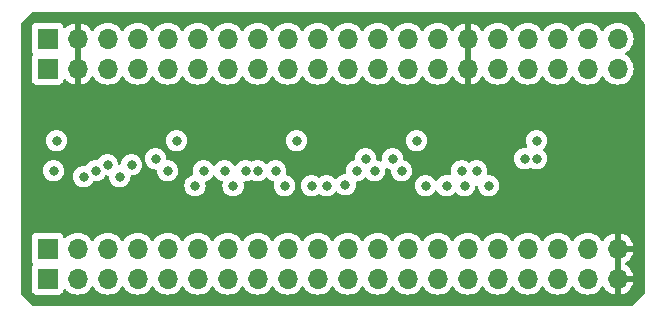
<source format=gbr>
%TF.GenerationSoftware,KiCad,Pcbnew,7.0.2*%
%TF.CreationDate,2023-06-15T20:21:22+09:00*%
%TF.ProjectId,TangNano5V,54616e67-4e61-46e6-9f35-562e6b696361,rev?*%
%TF.SameCoordinates,Original*%
%TF.FileFunction,Copper,L2,Inr*%
%TF.FilePolarity,Positive*%
%FSLAX46Y46*%
G04 Gerber Fmt 4.6, Leading zero omitted, Abs format (unit mm)*
G04 Created by KiCad (PCBNEW 7.0.2) date 2023-06-15 20:21:22*
%MOMM*%
%LPD*%
G01*
G04 APERTURE LIST*
%TA.AperFunction,ComponentPad*%
%ADD10R,1.700000X1.700000*%
%TD*%
%TA.AperFunction,ComponentPad*%
%ADD11O,1.700000X1.700000*%
%TD*%
%TA.AperFunction,ViaPad*%
%ADD12C,0.800000*%
%TD*%
G04 APERTURE END LIST*
D10*
%TO.N,+5V*%
%TO.C,J2*%
X2540000Y-2540000D03*
D11*
%TO.N,GND*%
X5080000Y-2540000D03*
%TO.N,PIN76*%
X7620000Y-2540000D03*
%TO.N,PIN80*%
X10160000Y-2540000D03*
%TO.N,PIN42*%
X12700000Y-2540000D03*
%TO.N,PIN41*%
X15240000Y-2540000D03*
%TO.N,PIN56*%
X17780000Y-2540000D03*
%TO.N,PIN54*%
X20320000Y-2540000D03*
%TO.N,PIN51*%
X22860000Y-2540000D03*
%TO.N,PIN48*%
X25400000Y-2540000D03*
%TO.N,PIN55*%
X27940000Y-2540000D03*
%TO.N,PIN49*%
X30480000Y-2540000D03*
%TO.N,PIN86*%
X33020000Y-2540000D03*
%TO.N,PIN79*%
X35560000Y-2540000D03*
%TO.N,GND*%
X38100000Y-2540000D03*
%TO.N,+3.3V*%
X40640000Y-2540000D03*
%TO.N,PIN72*%
X43180000Y-2540000D03*
%TO.N,PIN71*%
X45720000Y-2540000D03*
%TO.N,PIN53*%
X48260000Y-2540000D03*
%TO.N,PIN52*%
X50800000Y-2540000D03*
%TD*%
D10*
%TO.N,PIN73*%
%TO.C,J1*%
X2540000Y-22860000D03*
D11*
%TO.N,PIN74*%
X5080000Y-22860000D03*
%TO.N,PIN75*%
X7620000Y-22860000D03*
%TO.N,PIN85*%
X10160000Y-22860000D03*
%TO.N,PIN77*%
X12700000Y-22860000D03*
%TO.N,PIN15*%
X15240000Y-22860000D03*
%TO.N,PIN16*%
X17780000Y-22860000D03*
%TO.N,PIN27*%
X20320000Y-22860000D03*
%TO.N,PIN28*%
X22860000Y-22860000D03*
%TO.N,PIN25*%
X25400000Y-22860000D03*
%TO.N,PIN26*%
X27940000Y-22860000D03*
%TO.N,PIN29*%
X30480000Y-22860000D03*
%TO.N,PIN30*%
X33020000Y-22860000D03*
%TO.N,PIN31*%
X35560000Y-22860000D03*
%TO.N,PIN17*%
X38100000Y-22860000D03*
%TO.N,PIN20*%
X40640000Y-22860000D03*
%TO.N,PIN19*%
X43180000Y-22860000D03*
%TO.N,PIN18*%
X45720000Y-22860000D03*
%TO.N,+3.3V*%
X48260000Y-22860000D03*
%TO.N,GND*%
X50800000Y-22860000D03*
%TD*%
D10*
%TO.N,+5V*%
%TO.C,J4*%
X2540000Y-5080000D03*
D11*
%TO.N,GND*%
X5080000Y-5080000D03*
%TO.N,PIN76_H*%
X7620000Y-5080000D03*
%TO.N,PIN80_H*%
X10160000Y-5080000D03*
%TO.N,PIN42_H*%
X12700000Y-5080000D03*
%TO.N,PIN41_H*%
X15240000Y-5080000D03*
%TO.N,PIN56_H*%
X17780000Y-5080000D03*
%TO.N,PIN54_H*%
X20320000Y-5080000D03*
%TO.N,PIN51_H*%
X22860000Y-5080000D03*
%TO.N,PIN48_H*%
X25400000Y-5080000D03*
%TO.N,PIN55_H*%
X27940000Y-5080000D03*
%TO.N,PIN49_H*%
X30480000Y-5080000D03*
%TO.N,PIN86_H*%
X33020000Y-5080000D03*
%TO.N,PIN79_H*%
X35560000Y-5080000D03*
%TO.N,GND*%
X38100000Y-5080000D03*
%TO.N,+3.3V*%
X40640000Y-5080000D03*
%TO.N,PIN72_H*%
X43180000Y-5080000D03*
%TO.N,PIN71_H*%
X45720000Y-5080000D03*
%TO.N,PIN53_H*%
X48260000Y-5080000D03*
%TO.N,PIN52_H*%
X50800000Y-5080000D03*
%TD*%
D10*
%TO.N,PIN73_H*%
%TO.C,J3*%
X2540000Y-20320000D03*
D11*
%TO.N,PIN74_H*%
X5080000Y-20320000D03*
%TO.N,PIN75_H*%
X7620000Y-20320000D03*
%TO.N,PIN85_H*%
X10160000Y-20320000D03*
%TO.N,PIN77_H*%
X12700000Y-20320000D03*
%TO.N,PIN15_H*%
X15240000Y-20320000D03*
%TO.N,PIN16_H*%
X17780000Y-20320000D03*
%TO.N,PIN27_H*%
X20320000Y-20320000D03*
%TO.N,PIN28_H*%
X22860000Y-20320000D03*
%TO.N,PIN25_H*%
X25400000Y-20320000D03*
%TO.N,PIN26_H*%
X27940000Y-20320000D03*
%TO.N,PIN29_H*%
X30480000Y-20320000D03*
%TO.N,PIN30_H*%
X33020000Y-20320000D03*
%TO.N,PIN31_H*%
X35560000Y-20320000D03*
%TO.N,PIN17_H*%
X38100000Y-20320000D03*
%TO.N,PIN20_H*%
X40640000Y-20320000D03*
%TO.N,PIN19_H*%
X43180000Y-20320000D03*
%TO.N,PIN18_H*%
X45720000Y-20320000D03*
%TO.N,+3.3V*%
X48260000Y-20320000D03*
%TO.N,GND*%
X50800000Y-20320000D03*
%TD*%
D12*
%TO.N,PIN52_H*%
X43946299Y-12695701D03*
%TO.N,PIN53_H*%
X42926000Y-12700000D03*
%TO.N,PIN71_H*%
X39878000Y-14986000D03*
%TO.N,PIN72_H*%
X38862000Y-13716000D03*
%TO.N,PIN18*%
X37600598Y-13716000D03*
%TO.N,PIN79_H*%
X37846000Y-14986000D03*
%TO.N,PIN19*%
X36322000Y-14986000D03*
%TO.N,PIN20*%
X34544000Y-14986000D03*
%TO.N,PIN17*%
X32512000Y-13716000D03*
%TO.N,PIN31*%
X31750000Y-12700000D03*
%TO.N,PIN86_H*%
X30226000Y-13716000D03*
%TO.N,PIN49_H*%
X29464000Y-12700000D03*
%TO.N,PIN55_H*%
X28702000Y-13716000D03*
%TO.N,PIN48_H*%
X27759149Y-14912850D03*
%TO.N,PIN30*%
X26162000Y-14986000D03*
%TO.N,PIN29*%
X24892000Y-14986000D03*
%TO.N,PIN26*%
X22606000Y-14986000D03*
%TO.N,PIN25*%
X21844000Y-13716000D03*
%TO.N,PIN51_H*%
X20320000Y-13716000D03*
%TO.N,PIN54_H*%
X19304000Y-13716000D03*
%TO.N,PIN56_H*%
X18250500Y-14986000D03*
%TO.N,PIN41_H*%
X15023500Y-14986000D03*
%TO.N,PIN28*%
X17526000Y-13716000D03*
%TO.N,PIN27*%
X15748000Y-13716000D03*
%TO.N,PIN16*%
X12700000Y-13716000D03*
%TO.N,PIN15*%
X11684000Y-12700000D03*
%TO.N,PIN80_H*%
X9652000Y-13208000D03*
%TO.N,PIN75*%
X5588000Y-14224000D03*
%TO.N,PIN85*%
X6604000Y-13716000D03*
%TO.N,PIN77*%
X7620000Y-13208000D03*
%TO.N,PIN76_H*%
X8631701Y-14219701D03*
%TO.N,PIN74*%
X3048000Y-13716000D03*
%TO.N,GND*%
X10668000Y-16764000D03*
X41148000Y-16764000D03*
X30988000Y-16764000D03*
X20828000Y-16764000D03*
%TO.N,+3.3V*%
X43942000Y-11176000D03*
%TO.N,GND*%
X43942000Y-9144000D03*
X33782000Y-9144000D03*
X23622000Y-9144000D03*
X13462000Y-9144000D03*
X3302000Y-9144000D03*
%TO.N,+3.3V*%
X3302000Y-11176000D03*
X13462000Y-11176000D03*
X23622000Y-11176000D03*
X33782000Y-11176000D03*
%TD*%
%TA.AperFunction,Conductor*%
%TO.N,GND*%
G36*
X51050000Y-22424498D02*
G01*
X50942315Y-22375320D01*
X50835763Y-22360000D01*
X50764237Y-22360000D01*
X50657685Y-22375320D01*
X50550000Y-22424498D01*
X50550000Y-20755501D01*
X50657685Y-20804680D01*
X50764237Y-20820000D01*
X50835763Y-20820000D01*
X50942315Y-20804680D01*
X51050000Y-20755501D01*
X51050000Y-22424498D01*
G37*
%TD.AperFunction*%
%TA.AperFunction,Conductor*%
G36*
X5330000Y-4644498D02*
G01*
X5222315Y-4595320D01*
X5115763Y-4580000D01*
X5044237Y-4580000D01*
X4937685Y-4595320D01*
X4830000Y-4644498D01*
X4830000Y-2975501D01*
X4937685Y-3024680D01*
X5044237Y-3040000D01*
X5115763Y-3040000D01*
X5222315Y-3024680D01*
X5330000Y-2975501D01*
X5330000Y-4644498D01*
G37*
%TD.AperFunction*%
%TA.AperFunction,Conductor*%
G36*
X38350000Y-4644498D02*
G01*
X38242315Y-4595320D01*
X38135763Y-4580000D01*
X38064237Y-4580000D01*
X37957685Y-4595320D01*
X37850000Y-4644498D01*
X37850000Y-2975501D01*
X37957685Y-3024680D01*
X38064237Y-3040000D01*
X38135763Y-3040000D01*
X38242315Y-3024680D01*
X38350000Y-2975501D01*
X38350000Y-4644498D01*
G37*
%TD.AperFunction*%
%TA.AperFunction,Conductor*%
G36*
X52329039Y-273685D02*
G01*
X52361200Y-303600D01*
X53025890Y-1189854D01*
X53061200Y-1236933D01*
X53085676Y-1302375D01*
X53086000Y-1311333D01*
X53086000Y-24078638D01*
X53066315Y-24145677D01*
X53049681Y-24166319D01*
X52106319Y-25109681D01*
X52044996Y-25143166D01*
X52018638Y-25146000D01*
X1321362Y-25146000D01*
X1254323Y-25126315D01*
X1233681Y-25109681D01*
X290319Y-24166319D01*
X256834Y-24104996D01*
X254000Y-24078638D01*
X254000Y-23754578D01*
X1189500Y-23754578D01*
X1189501Y-23757872D01*
X1189853Y-23761152D01*
X1189854Y-23761159D01*
X1195909Y-23817484D01*
X1221056Y-23884907D01*
X1246204Y-23952331D01*
X1332454Y-24067546D01*
X1447669Y-24153796D01*
X1582517Y-24204091D01*
X1642127Y-24210500D01*
X3437872Y-24210499D01*
X3497483Y-24204091D01*
X3632331Y-24153796D01*
X3747546Y-24067546D01*
X3833796Y-23952331D01*
X3882810Y-23820916D01*
X3924681Y-23764983D01*
X3990146Y-23740566D01*
X4058419Y-23755418D01*
X4086673Y-23776569D01*
X4208599Y-23898495D01*
X4402170Y-24034035D01*
X4616337Y-24133903D01*
X4844592Y-24195063D01*
X5080000Y-24215659D01*
X5315408Y-24195063D01*
X5543663Y-24133903D01*
X5757830Y-24034035D01*
X5951401Y-23898495D01*
X6118495Y-23731401D01*
X6248427Y-23545838D01*
X6303001Y-23502216D01*
X6372499Y-23495022D01*
X6434854Y-23526545D01*
X6451572Y-23545838D01*
X6581505Y-23731401D01*
X6748599Y-23898495D01*
X6942170Y-24034035D01*
X7156337Y-24133903D01*
X7368059Y-24190633D01*
X7384592Y-24195063D01*
X7619999Y-24215659D01*
X7619999Y-24215658D01*
X7620000Y-24215659D01*
X7855408Y-24195063D01*
X8083663Y-24133903D01*
X8297830Y-24034035D01*
X8491401Y-23898495D01*
X8658495Y-23731401D01*
X8788426Y-23545839D01*
X8843002Y-23502216D01*
X8912500Y-23495022D01*
X8974855Y-23526545D01*
X8991571Y-23545837D01*
X9121505Y-23731401D01*
X9288599Y-23898495D01*
X9482170Y-24034035D01*
X9696337Y-24133903D01*
X9924592Y-24195063D01*
X10160000Y-24215659D01*
X10395408Y-24195063D01*
X10623663Y-24133903D01*
X10837830Y-24034035D01*
X11031401Y-23898495D01*
X11198495Y-23731401D01*
X11328426Y-23545839D01*
X11383002Y-23502216D01*
X11452500Y-23495022D01*
X11514855Y-23526545D01*
X11531571Y-23545837D01*
X11661505Y-23731401D01*
X11828599Y-23898495D01*
X12022170Y-24034035D01*
X12236337Y-24133903D01*
X12464592Y-24195063D01*
X12700000Y-24215659D01*
X12935408Y-24195063D01*
X13163663Y-24133903D01*
X13377830Y-24034035D01*
X13571401Y-23898495D01*
X13738495Y-23731401D01*
X13868426Y-23545839D01*
X13923002Y-23502216D01*
X13992500Y-23495022D01*
X14054855Y-23526545D01*
X14071571Y-23545837D01*
X14201505Y-23731401D01*
X14368599Y-23898495D01*
X14562170Y-24034035D01*
X14776337Y-24133903D01*
X14988059Y-24190633D01*
X15004592Y-24195063D01*
X15239999Y-24215659D01*
X15239999Y-24215658D01*
X15240000Y-24215659D01*
X15475408Y-24195063D01*
X15703663Y-24133903D01*
X15917830Y-24034035D01*
X16111401Y-23898495D01*
X16278495Y-23731401D01*
X16408426Y-23545839D01*
X16463002Y-23502216D01*
X16532500Y-23495022D01*
X16594855Y-23526545D01*
X16611571Y-23545837D01*
X16741505Y-23731401D01*
X16908599Y-23898495D01*
X17102170Y-24034035D01*
X17316337Y-24133903D01*
X17528059Y-24190633D01*
X17544592Y-24195063D01*
X17779999Y-24215659D01*
X17779999Y-24215658D01*
X17780000Y-24215659D01*
X18015408Y-24195063D01*
X18243663Y-24133903D01*
X18457830Y-24034035D01*
X18651401Y-23898495D01*
X18818495Y-23731401D01*
X18948426Y-23545839D01*
X19003002Y-23502216D01*
X19072500Y-23495022D01*
X19134855Y-23526545D01*
X19151571Y-23545837D01*
X19281505Y-23731401D01*
X19448599Y-23898495D01*
X19642170Y-24034035D01*
X19856337Y-24133903D01*
X20084592Y-24195063D01*
X20320000Y-24215659D01*
X20555408Y-24195063D01*
X20783663Y-24133903D01*
X20997830Y-24034035D01*
X21191401Y-23898495D01*
X21358495Y-23731401D01*
X21488426Y-23545839D01*
X21543002Y-23502216D01*
X21612500Y-23495022D01*
X21674855Y-23526545D01*
X21691571Y-23545837D01*
X21821505Y-23731401D01*
X21988599Y-23898495D01*
X22182170Y-24034035D01*
X22396337Y-24133903D01*
X22624592Y-24195063D01*
X22860000Y-24215659D01*
X23095408Y-24195063D01*
X23323663Y-24133903D01*
X23537830Y-24034035D01*
X23731401Y-23898495D01*
X23898495Y-23731401D01*
X24028426Y-23545839D01*
X24083002Y-23502216D01*
X24152500Y-23495022D01*
X24214855Y-23526545D01*
X24231571Y-23545837D01*
X24361505Y-23731401D01*
X24528599Y-23898495D01*
X24722170Y-24034035D01*
X24936337Y-24133903D01*
X25164592Y-24195063D01*
X25400000Y-24215659D01*
X25635408Y-24195063D01*
X25863663Y-24133903D01*
X26077830Y-24034035D01*
X26271401Y-23898495D01*
X26438495Y-23731401D01*
X26568426Y-23545839D01*
X26623002Y-23502217D01*
X26692501Y-23495024D01*
X26754855Y-23526546D01*
X26771571Y-23545837D01*
X26901505Y-23731401D01*
X27068599Y-23898495D01*
X27262170Y-24034035D01*
X27476337Y-24133903D01*
X27688059Y-24190633D01*
X27704592Y-24195063D01*
X27939999Y-24215659D01*
X27939999Y-24215658D01*
X27940000Y-24215659D01*
X28175408Y-24195063D01*
X28403663Y-24133903D01*
X28617830Y-24034035D01*
X28811401Y-23898495D01*
X28978495Y-23731401D01*
X29108426Y-23545839D01*
X29163002Y-23502217D01*
X29232501Y-23495024D01*
X29294855Y-23526546D01*
X29311571Y-23545837D01*
X29441505Y-23731401D01*
X29608599Y-23898495D01*
X29802170Y-24034035D01*
X30016337Y-24133903D01*
X30244592Y-24195063D01*
X30480000Y-24215659D01*
X30715408Y-24195063D01*
X30943663Y-24133903D01*
X31157830Y-24034035D01*
X31351401Y-23898495D01*
X31518495Y-23731401D01*
X31648426Y-23545839D01*
X31703002Y-23502217D01*
X31772501Y-23495024D01*
X31834855Y-23526546D01*
X31851571Y-23545837D01*
X31981505Y-23731401D01*
X32148599Y-23898495D01*
X32342170Y-24034035D01*
X32556337Y-24133903D01*
X32784592Y-24195063D01*
X33020000Y-24215659D01*
X33255408Y-24195063D01*
X33483663Y-24133903D01*
X33697830Y-24034035D01*
X33891401Y-23898495D01*
X34058495Y-23731401D01*
X34188426Y-23545839D01*
X34243002Y-23502216D01*
X34312500Y-23495022D01*
X34374855Y-23526545D01*
X34391571Y-23545837D01*
X34521505Y-23731401D01*
X34688599Y-23898495D01*
X34882170Y-24034035D01*
X35096337Y-24133903D01*
X35308059Y-24190633D01*
X35324592Y-24195063D01*
X35559999Y-24215659D01*
X35559999Y-24215658D01*
X35560000Y-24215659D01*
X35795408Y-24195063D01*
X36023663Y-24133903D01*
X36237830Y-24034035D01*
X36431401Y-23898495D01*
X36598495Y-23731401D01*
X36728426Y-23545839D01*
X36783002Y-23502216D01*
X36852500Y-23495022D01*
X36914855Y-23526545D01*
X36931571Y-23545837D01*
X37061505Y-23731401D01*
X37228599Y-23898495D01*
X37422170Y-24034035D01*
X37636337Y-24133903D01*
X37848059Y-24190633D01*
X37864592Y-24195063D01*
X38099999Y-24215659D01*
X38099999Y-24215658D01*
X38100000Y-24215659D01*
X38335408Y-24195063D01*
X38563663Y-24133903D01*
X38777830Y-24034035D01*
X38971401Y-23898495D01*
X39138495Y-23731401D01*
X39268426Y-23545839D01*
X39323002Y-23502216D01*
X39392500Y-23495022D01*
X39454855Y-23526545D01*
X39471571Y-23545837D01*
X39601505Y-23731401D01*
X39768599Y-23898495D01*
X39962170Y-24034035D01*
X40176337Y-24133903D01*
X40404592Y-24195063D01*
X40640000Y-24215659D01*
X40875408Y-24195063D01*
X41103663Y-24133903D01*
X41317830Y-24034035D01*
X41511401Y-23898495D01*
X41678495Y-23731401D01*
X41808426Y-23545839D01*
X41863002Y-23502216D01*
X41932500Y-23495022D01*
X41994855Y-23526545D01*
X42011571Y-23545837D01*
X42141505Y-23731401D01*
X42308599Y-23898495D01*
X42502170Y-24034035D01*
X42716337Y-24133903D01*
X42944592Y-24195063D01*
X43180000Y-24215659D01*
X43415408Y-24195063D01*
X43643663Y-24133903D01*
X43857830Y-24034035D01*
X44051401Y-23898495D01*
X44218495Y-23731401D01*
X44348426Y-23545839D01*
X44403002Y-23502216D01*
X44472500Y-23495022D01*
X44534855Y-23526545D01*
X44551571Y-23545837D01*
X44681505Y-23731401D01*
X44848599Y-23898495D01*
X45042170Y-24034035D01*
X45256337Y-24133903D01*
X45484592Y-24195063D01*
X45720000Y-24215659D01*
X45955408Y-24195063D01*
X46183663Y-24133903D01*
X46397830Y-24034035D01*
X46591401Y-23898495D01*
X46758495Y-23731401D01*
X46888426Y-23545839D01*
X46943002Y-23502216D01*
X47012500Y-23495022D01*
X47074855Y-23526545D01*
X47091571Y-23545837D01*
X47221505Y-23731401D01*
X47388599Y-23898495D01*
X47582170Y-24034035D01*
X47796337Y-24133903D01*
X48008059Y-24190633D01*
X48024592Y-24195063D01*
X48259999Y-24215659D01*
X48259999Y-24215658D01*
X48260000Y-24215659D01*
X48495408Y-24195063D01*
X48723663Y-24133903D01*
X48937830Y-24034035D01*
X49131401Y-23898495D01*
X49298495Y-23731401D01*
X49428732Y-23545403D01*
X49483307Y-23501780D01*
X49552805Y-23494586D01*
X49615160Y-23526109D01*
X49631880Y-23545404D01*
X49761893Y-23731081D01*
X49928918Y-23898106D01*
X50122423Y-24033600D01*
X50336509Y-24133430D01*
X50550000Y-24190634D01*
X50550000Y-23295501D01*
X50657685Y-23344680D01*
X50764237Y-23360000D01*
X50835763Y-23360000D01*
X50942315Y-23344680D01*
X51049999Y-23295501D01*
X51049999Y-24190633D01*
X51263491Y-24133430D01*
X51477576Y-24033600D01*
X51671081Y-23898106D01*
X51838106Y-23731081D01*
X51973600Y-23537576D01*
X52073430Y-23323492D01*
X52130636Y-23110000D01*
X51233686Y-23110000D01*
X51259493Y-23069844D01*
X51300000Y-22931889D01*
X51300000Y-22788111D01*
X51259493Y-22650156D01*
X51233686Y-22610000D01*
X52130636Y-22610000D01*
X52130635Y-22609999D01*
X52073430Y-22396507D01*
X51973599Y-22182421D01*
X51838109Y-21988921D01*
X51671080Y-21821892D01*
X51484968Y-21691574D01*
X51441343Y-21636996D01*
X51434151Y-21567498D01*
X51465673Y-21505143D01*
X51484969Y-21488424D01*
X51671078Y-21358109D01*
X51838106Y-21191081D01*
X51973600Y-20997576D01*
X52073430Y-20783492D01*
X52130636Y-20570000D01*
X51233686Y-20570000D01*
X51259493Y-20529844D01*
X51300000Y-20391889D01*
X51300000Y-20248111D01*
X51259493Y-20110156D01*
X51233686Y-20070000D01*
X52130636Y-20070000D01*
X52130635Y-20069999D01*
X52073430Y-19856507D01*
X51973599Y-19642421D01*
X51838109Y-19448921D01*
X51671081Y-19281893D01*
X51477576Y-19146399D01*
X51263492Y-19046569D01*
X51049999Y-18989364D01*
X51049999Y-19884498D01*
X50942315Y-19835320D01*
X50835763Y-19820000D01*
X50764237Y-19820000D01*
X50657685Y-19835320D01*
X50550000Y-19884498D01*
X50550000Y-18989364D01*
X50549999Y-18989364D01*
X50336507Y-19046569D01*
X50122421Y-19146400D01*
X49928921Y-19281890D01*
X49761893Y-19448918D01*
X49631880Y-19634596D01*
X49577303Y-19678220D01*
X49507804Y-19685413D01*
X49445450Y-19653891D01*
X49428730Y-19634595D01*
X49298495Y-19448599D01*
X49131401Y-19281505D01*
X48937830Y-19145965D01*
X48723663Y-19046097D01*
X48662502Y-19029709D01*
X48495407Y-18984936D01*
X48259999Y-18964340D01*
X48024592Y-18984936D01*
X47796336Y-19046097D01*
X47582170Y-19145965D01*
X47388598Y-19281505D01*
X47221508Y-19448595D01*
X47091574Y-19634160D01*
X47036997Y-19677785D01*
X46967498Y-19684977D01*
X46905144Y-19653455D01*
X46888429Y-19634164D01*
X46758495Y-19448599D01*
X46591401Y-19281505D01*
X46397830Y-19145965D01*
X46183663Y-19046097D01*
X46122502Y-19029709D01*
X45955407Y-18984936D01*
X45719999Y-18964340D01*
X45484592Y-18984936D01*
X45256336Y-19046097D01*
X45042170Y-19145965D01*
X44848598Y-19281505D01*
X44681508Y-19448595D01*
X44551574Y-19634160D01*
X44496997Y-19677785D01*
X44427498Y-19684977D01*
X44365144Y-19653455D01*
X44348429Y-19634164D01*
X44218495Y-19448599D01*
X44051401Y-19281505D01*
X43857830Y-19145965D01*
X43643663Y-19046097D01*
X43582502Y-19029709D01*
X43415407Y-18984936D01*
X43180000Y-18964340D01*
X42944592Y-18984936D01*
X42716336Y-19046097D01*
X42502170Y-19145965D01*
X42308598Y-19281505D01*
X42141505Y-19448598D01*
X42011575Y-19634159D01*
X41956998Y-19677784D01*
X41887500Y-19684978D01*
X41825145Y-19653455D01*
X41808425Y-19634159D01*
X41678494Y-19448598D01*
X41511404Y-19281508D01*
X41511403Y-19281507D01*
X41511401Y-19281505D01*
X41317830Y-19145965D01*
X41103663Y-19046097D01*
X41042502Y-19029709D01*
X40875407Y-18984936D01*
X40640000Y-18964340D01*
X40404592Y-18984936D01*
X40176336Y-19046097D01*
X39962170Y-19145965D01*
X39768598Y-19281505D01*
X39601505Y-19448598D01*
X39471575Y-19634159D01*
X39416998Y-19677784D01*
X39347500Y-19684978D01*
X39285145Y-19653455D01*
X39268425Y-19634159D01*
X39138494Y-19448598D01*
X38971404Y-19281508D01*
X38971401Y-19281505D01*
X38777830Y-19145965D01*
X38563663Y-19046097D01*
X38502502Y-19029709D01*
X38335407Y-18984936D01*
X38100000Y-18964340D01*
X37864592Y-18984936D01*
X37636336Y-19046097D01*
X37422170Y-19145965D01*
X37228598Y-19281505D01*
X37061505Y-19448598D01*
X36931575Y-19634159D01*
X36876998Y-19677784D01*
X36807500Y-19684978D01*
X36745145Y-19653455D01*
X36728425Y-19634159D01*
X36598494Y-19448598D01*
X36431404Y-19281508D01*
X36431401Y-19281505D01*
X36237830Y-19145965D01*
X36023663Y-19046097D01*
X35962502Y-19029709D01*
X35795407Y-18984936D01*
X35560000Y-18964340D01*
X35324592Y-18984936D01*
X35096336Y-19046097D01*
X34882170Y-19145965D01*
X34688598Y-19281505D01*
X34521505Y-19448598D01*
X34391575Y-19634159D01*
X34336998Y-19677784D01*
X34267500Y-19684978D01*
X34205145Y-19653455D01*
X34188425Y-19634159D01*
X34058494Y-19448598D01*
X33891404Y-19281508D01*
X33891401Y-19281505D01*
X33697830Y-19145965D01*
X33483663Y-19046097D01*
X33422502Y-19029709D01*
X33255407Y-18984936D01*
X33019999Y-18964340D01*
X32784592Y-18984936D01*
X32556336Y-19046097D01*
X32342170Y-19145965D01*
X32148598Y-19281505D01*
X31981505Y-19448598D01*
X31851575Y-19634159D01*
X31796998Y-19677784D01*
X31727500Y-19684978D01*
X31665145Y-19653455D01*
X31648425Y-19634159D01*
X31518494Y-19448598D01*
X31351404Y-19281508D01*
X31351401Y-19281505D01*
X31157830Y-19145965D01*
X30943663Y-19046097D01*
X30882502Y-19029709D01*
X30715407Y-18984936D01*
X30480000Y-18964340D01*
X30244592Y-18984936D01*
X30016336Y-19046097D01*
X29802170Y-19145965D01*
X29608598Y-19281505D01*
X29441505Y-19448598D01*
X29311575Y-19634159D01*
X29256998Y-19677784D01*
X29187500Y-19684978D01*
X29125145Y-19653455D01*
X29108425Y-19634159D01*
X28978494Y-19448598D01*
X28811404Y-19281508D01*
X28811401Y-19281505D01*
X28617830Y-19145965D01*
X28403663Y-19046097D01*
X28342501Y-19029709D01*
X28175407Y-18984936D01*
X27939999Y-18964340D01*
X27704592Y-18984936D01*
X27476336Y-19046097D01*
X27262170Y-19145965D01*
X27068598Y-19281505D01*
X26901505Y-19448598D01*
X26771575Y-19634159D01*
X26716998Y-19677784D01*
X26647500Y-19684978D01*
X26585145Y-19653455D01*
X26568425Y-19634159D01*
X26438494Y-19448598D01*
X26271404Y-19281508D01*
X26271401Y-19281505D01*
X26077830Y-19145965D01*
X25863663Y-19046097D01*
X25802501Y-19029709D01*
X25635407Y-18984936D01*
X25399999Y-18964340D01*
X25164592Y-18984936D01*
X24936336Y-19046097D01*
X24722170Y-19145965D01*
X24528598Y-19281505D01*
X24361508Y-19448595D01*
X24231574Y-19634160D01*
X24176997Y-19677785D01*
X24107498Y-19684977D01*
X24045144Y-19653455D01*
X24028429Y-19634164D01*
X23898495Y-19448599D01*
X23731401Y-19281505D01*
X23537830Y-19145965D01*
X23323663Y-19046097D01*
X23262501Y-19029709D01*
X23095407Y-18984936D01*
X22860000Y-18964340D01*
X22624592Y-18984936D01*
X22396336Y-19046097D01*
X22182170Y-19145965D01*
X21988598Y-19281505D01*
X21821505Y-19448598D01*
X21691575Y-19634159D01*
X21636998Y-19677784D01*
X21567500Y-19684978D01*
X21505145Y-19653455D01*
X21488425Y-19634159D01*
X21358494Y-19448598D01*
X21191404Y-19281508D01*
X21191401Y-19281505D01*
X20997830Y-19145965D01*
X20783663Y-19046097D01*
X20722502Y-19029709D01*
X20555407Y-18984936D01*
X20320000Y-18964340D01*
X20084592Y-18984936D01*
X19856336Y-19046097D01*
X19642170Y-19145965D01*
X19448598Y-19281505D01*
X19281505Y-19448598D01*
X19151575Y-19634159D01*
X19096998Y-19677784D01*
X19027500Y-19684978D01*
X18965145Y-19653455D01*
X18948425Y-19634159D01*
X18818494Y-19448598D01*
X18651404Y-19281508D01*
X18651401Y-19281505D01*
X18457830Y-19145965D01*
X18243663Y-19046097D01*
X18182501Y-19029709D01*
X18015407Y-18984936D01*
X17780000Y-18964340D01*
X17544592Y-18984936D01*
X17316336Y-19046097D01*
X17102170Y-19145965D01*
X16908598Y-19281505D01*
X16741505Y-19448598D01*
X16611575Y-19634159D01*
X16556998Y-19677784D01*
X16487500Y-19684978D01*
X16425145Y-19653455D01*
X16408425Y-19634159D01*
X16278494Y-19448598D01*
X16111404Y-19281508D01*
X16111401Y-19281505D01*
X15917830Y-19145965D01*
X15703663Y-19046097D01*
X15642501Y-19029709D01*
X15475407Y-18984936D01*
X15240000Y-18964340D01*
X15004592Y-18984936D01*
X14776336Y-19046097D01*
X14562170Y-19145965D01*
X14368598Y-19281505D01*
X14201505Y-19448598D01*
X14071575Y-19634159D01*
X14016998Y-19677784D01*
X13947500Y-19684978D01*
X13885145Y-19653455D01*
X13868425Y-19634159D01*
X13738494Y-19448598D01*
X13571404Y-19281508D01*
X13571404Y-19281507D01*
X13571401Y-19281505D01*
X13377830Y-19145965D01*
X13163663Y-19046097D01*
X13102501Y-19029709D01*
X12935407Y-18984936D01*
X12700000Y-18964340D01*
X12464592Y-18984936D01*
X12236336Y-19046097D01*
X12022170Y-19145965D01*
X11828598Y-19281505D01*
X11661505Y-19448598D01*
X11531575Y-19634159D01*
X11476998Y-19677784D01*
X11407500Y-19684978D01*
X11345145Y-19653455D01*
X11328425Y-19634159D01*
X11198494Y-19448598D01*
X11031404Y-19281508D01*
X11031404Y-19281507D01*
X11031401Y-19281505D01*
X10837830Y-19145965D01*
X10623663Y-19046097D01*
X10562502Y-19029709D01*
X10395407Y-18984936D01*
X10160000Y-18964340D01*
X9924592Y-18984936D01*
X9696336Y-19046097D01*
X9482170Y-19145965D01*
X9288598Y-19281505D01*
X9121505Y-19448598D01*
X8991575Y-19634159D01*
X8936998Y-19677784D01*
X8867500Y-19684978D01*
X8805145Y-19653455D01*
X8788425Y-19634159D01*
X8658494Y-19448598D01*
X8491404Y-19281508D01*
X8491404Y-19281507D01*
X8491401Y-19281505D01*
X8297830Y-19145965D01*
X8083663Y-19046097D01*
X8022501Y-19029709D01*
X7855407Y-18984936D01*
X7619999Y-18964340D01*
X7384592Y-18984936D01*
X7156336Y-19046097D01*
X6942170Y-19145965D01*
X6748598Y-19281505D01*
X6581505Y-19448598D01*
X6451575Y-19634159D01*
X6396998Y-19677784D01*
X6327500Y-19684978D01*
X6265145Y-19653455D01*
X6248425Y-19634159D01*
X6118494Y-19448598D01*
X5951404Y-19281508D01*
X5951403Y-19281507D01*
X5951401Y-19281505D01*
X5757830Y-19145965D01*
X5543663Y-19046097D01*
X5482501Y-19029709D01*
X5315407Y-18984936D01*
X5079999Y-18964340D01*
X4844592Y-18984936D01*
X4616336Y-19046097D01*
X4402170Y-19145965D01*
X4208601Y-19281503D01*
X4086673Y-19403431D01*
X4025350Y-19436915D01*
X3955658Y-19431931D01*
X3899725Y-19390059D01*
X3882810Y-19359082D01*
X3854019Y-19281890D01*
X3833796Y-19227669D01*
X3747546Y-19112454D01*
X3632331Y-19026204D01*
X3497483Y-18975909D01*
X3437873Y-18969500D01*
X3434550Y-18969500D01*
X1645439Y-18969500D01*
X1645420Y-18969500D01*
X1642128Y-18969501D01*
X1638848Y-18969853D01*
X1638840Y-18969854D01*
X1582515Y-18975909D01*
X1447669Y-19026204D01*
X1332454Y-19112454D01*
X1246204Y-19227668D01*
X1225980Y-19281893D01*
X1195909Y-19362517D01*
X1189500Y-19422127D01*
X1189500Y-19425448D01*
X1189500Y-19425449D01*
X1189500Y-21214560D01*
X1189500Y-21214578D01*
X1189501Y-21217872D01*
X1189853Y-21221152D01*
X1189854Y-21221159D01*
X1195909Y-21277484D01*
X1246204Y-21412332D01*
X1323577Y-21515690D01*
X1347994Y-21581154D01*
X1333142Y-21649427D01*
X1323577Y-21664310D01*
X1246205Y-21767666D01*
X1246203Y-21767669D01*
X1246204Y-21767669D01*
X1195909Y-21902517D01*
X1189500Y-21962127D01*
X1189500Y-21965448D01*
X1189500Y-21965449D01*
X1189500Y-23754560D01*
X1189500Y-23754578D01*
X254000Y-23754578D01*
X254000Y-13716000D01*
X2142540Y-13716000D01*
X2162326Y-13904257D01*
X2220820Y-14084284D01*
X2315466Y-14248216D01*
X2442129Y-14388889D01*
X2595269Y-14500151D01*
X2768197Y-14577144D01*
X2953352Y-14616500D01*
X2953354Y-14616500D01*
X3142648Y-14616500D01*
X3266084Y-14590262D01*
X3327803Y-14577144D01*
X3500730Y-14500151D01*
X3503693Y-14497998D01*
X3653870Y-14388889D01*
X3780533Y-14248216D01*
X3794514Y-14224000D01*
X4682540Y-14224000D01*
X4702326Y-14412257D01*
X4760820Y-14592284D01*
X4855466Y-14756216D01*
X4982129Y-14896889D01*
X5135269Y-15008151D01*
X5308197Y-15085144D01*
X5493352Y-15124500D01*
X5493354Y-15124500D01*
X5682648Y-15124500D01*
X5806120Y-15098255D01*
X5867803Y-15085144D01*
X6040730Y-15008151D01*
X6193871Y-14896888D01*
X6320533Y-14756216D01*
X6367974Y-14674043D01*
X6418540Y-14625829D01*
X6487146Y-14612605D01*
X6501138Y-14614753D01*
X6509354Y-14616500D01*
X6509355Y-14616500D01*
X6698648Y-14616500D01*
X6822084Y-14590262D01*
X6883803Y-14577144D01*
X7056730Y-14500151D01*
X7059693Y-14497998D01*
X7209870Y-14388889D01*
X7278100Y-14313112D01*
X7336533Y-14248216D01*
X7383974Y-14166043D01*
X7434540Y-14117829D01*
X7503146Y-14104605D01*
X7517138Y-14106753D01*
X7525354Y-14108500D01*
X7525355Y-14108500D01*
X7602903Y-14108500D01*
X7669942Y-14128185D01*
X7715697Y-14180989D01*
X7726224Y-14219538D01*
X7726241Y-14219700D01*
X7726241Y-14219701D01*
X7729238Y-14248216D01*
X7746027Y-14407958D01*
X7804521Y-14587985D01*
X7899167Y-14751917D01*
X8025830Y-14892590D01*
X8178970Y-15003852D01*
X8351898Y-15080845D01*
X8537053Y-15120201D01*
X8537055Y-15120201D01*
X8726349Y-15120201D01*
X8849784Y-15093963D01*
X8911504Y-15080845D01*
X9084431Y-15003852D01*
X9085602Y-15003001D01*
X9109003Y-14985999D01*
X14118040Y-14985999D01*
X14137826Y-15174257D01*
X14196320Y-15354284D01*
X14290966Y-15518216D01*
X14417629Y-15658889D01*
X14570769Y-15770151D01*
X14743697Y-15847144D01*
X14928852Y-15886500D01*
X14928854Y-15886500D01*
X15118148Y-15886500D01*
X15241583Y-15860262D01*
X15303303Y-15847144D01*
X15476230Y-15770151D01*
X15576913Y-15697001D01*
X15629370Y-15658889D01*
X15756033Y-15518216D01*
X15850679Y-15354284D01*
X15874447Y-15281134D01*
X15909174Y-15174256D01*
X15928960Y-14986000D01*
X15909174Y-14797744D01*
X15892346Y-14745955D01*
X15890350Y-14676118D01*
X15926430Y-14616284D01*
X15984495Y-14586349D01*
X16027803Y-14577144D01*
X16027804Y-14577143D01*
X16027806Y-14577143D01*
X16200730Y-14500151D01*
X16353870Y-14388889D01*
X16480533Y-14248216D01*
X16529613Y-14163207D01*
X16580179Y-14114992D01*
X16648786Y-14101768D01*
X16713651Y-14127736D01*
X16744387Y-14163207D01*
X16793466Y-14248216D01*
X16920129Y-14388889D01*
X17073269Y-14500151D01*
X17246197Y-14577144D01*
X17289501Y-14586349D01*
X17350983Y-14619541D01*
X17384760Y-14680704D01*
X17381653Y-14745955D01*
X17364826Y-14797743D01*
X17345040Y-14986000D01*
X17364826Y-15174257D01*
X17423320Y-15354284D01*
X17517966Y-15518216D01*
X17644629Y-15658889D01*
X17797769Y-15770151D01*
X17970697Y-15847144D01*
X18155852Y-15886500D01*
X18155854Y-15886500D01*
X18345148Y-15886500D01*
X18468583Y-15860262D01*
X18530303Y-15847144D01*
X18703230Y-15770151D01*
X18803913Y-15697001D01*
X18856370Y-15658889D01*
X18983033Y-15518216D01*
X19077679Y-15354284D01*
X19101447Y-15281134D01*
X19136174Y-15174256D01*
X19155960Y-14986000D01*
X19136174Y-14797744D01*
X19130023Y-14778816D01*
X19128029Y-14708978D01*
X19164109Y-14649145D01*
X19226810Y-14618316D01*
X19247955Y-14616500D01*
X19398648Y-14616500D01*
X19583800Y-14577145D01*
X19583801Y-14577144D01*
X19583803Y-14577144D01*
X19756730Y-14500151D01*
X19756735Y-14500146D01*
X19761562Y-14497998D01*
X19830812Y-14488712D01*
X19862435Y-14497998D01*
X19867268Y-14500150D01*
X19867270Y-14500151D01*
X19937896Y-14531596D01*
X20040197Y-14577144D01*
X20225352Y-14616500D01*
X20225354Y-14616500D01*
X20414648Y-14616500D01*
X20538083Y-14590262D01*
X20599803Y-14577144D01*
X20772730Y-14500151D01*
X20775693Y-14497998D01*
X20925870Y-14388889D01*
X20989850Y-14317832D01*
X21049336Y-14281183D01*
X21119193Y-14282513D01*
X21174150Y-14317832D01*
X21238129Y-14388889D01*
X21391269Y-14500151D01*
X21564197Y-14577144D01*
X21642579Y-14593805D01*
X21704061Y-14626997D01*
X21737838Y-14688160D01*
X21734730Y-14753412D01*
X21720326Y-14797740D01*
X21700540Y-14986000D01*
X21720326Y-15174257D01*
X21778820Y-15354284D01*
X21873466Y-15518216D01*
X22000129Y-15658889D01*
X22153269Y-15770151D01*
X22326197Y-15847144D01*
X22511352Y-15886500D01*
X22511354Y-15886500D01*
X22700648Y-15886500D01*
X22824084Y-15860262D01*
X22885803Y-15847144D01*
X23058730Y-15770151D01*
X23159413Y-15697001D01*
X23211870Y-15658889D01*
X23338533Y-15518216D01*
X23433179Y-15354284D01*
X23456947Y-15281134D01*
X23491674Y-15174256D01*
X23511460Y-14986000D01*
X23986540Y-14986000D01*
X24006326Y-15174257D01*
X24064820Y-15354284D01*
X24159466Y-15518216D01*
X24286129Y-15658889D01*
X24439269Y-15770151D01*
X24612197Y-15847144D01*
X24797352Y-15886500D01*
X24797354Y-15886500D01*
X24986648Y-15886500D01*
X25110084Y-15860262D01*
X25171803Y-15847144D01*
X25344730Y-15770151D01*
X25445413Y-15697001D01*
X25454115Y-15690679D01*
X25519921Y-15667199D01*
X25587975Y-15683024D01*
X25599885Y-15690679D01*
X25709269Y-15770151D01*
X25882197Y-15847144D01*
X26067352Y-15886500D01*
X26067354Y-15886500D01*
X26256648Y-15886500D01*
X26380084Y-15860262D01*
X26441803Y-15847144D01*
X26614730Y-15770151D01*
X26767871Y-15658888D01*
X26894533Y-15518216D01*
X26894535Y-15518212D01*
X26901356Y-15510637D01*
X26960842Y-15473988D01*
X27030699Y-15475318D01*
X27085656Y-15510637D01*
X27153278Y-15585739D01*
X27306418Y-15697001D01*
X27479346Y-15773994D01*
X27664501Y-15813350D01*
X27664503Y-15813350D01*
X27853797Y-15813350D01*
X27977233Y-15787112D01*
X28038952Y-15773994D01*
X28211879Y-15697001D01*
X28365020Y-15585738D01*
X28491682Y-15445066D01*
X28586328Y-15281134D01*
X28644823Y-15101106D01*
X28656921Y-14986000D01*
X33638540Y-14986000D01*
X33658326Y-15174257D01*
X33716820Y-15354284D01*
X33811466Y-15518216D01*
X33938129Y-15658889D01*
X34091269Y-15770151D01*
X34264197Y-15847144D01*
X34449352Y-15886500D01*
X34449354Y-15886500D01*
X34638648Y-15886500D01*
X34762084Y-15860262D01*
X34823803Y-15847144D01*
X34996730Y-15770151D01*
X35097413Y-15697001D01*
X35149870Y-15658889D01*
X35276533Y-15518216D01*
X35325613Y-15433207D01*
X35376179Y-15384992D01*
X35444786Y-15371768D01*
X35509651Y-15397736D01*
X35540387Y-15433207D01*
X35589466Y-15518216D01*
X35716129Y-15658889D01*
X35869269Y-15770151D01*
X36042197Y-15847144D01*
X36227352Y-15886500D01*
X36227354Y-15886500D01*
X36416648Y-15886500D01*
X36540084Y-15860262D01*
X36601803Y-15847144D01*
X36774730Y-15770151D01*
X36875413Y-15697001D01*
X36927870Y-15658889D01*
X36991850Y-15587832D01*
X37051336Y-15551183D01*
X37121193Y-15552513D01*
X37176150Y-15587832D01*
X37240129Y-15658889D01*
X37393269Y-15770151D01*
X37566197Y-15847144D01*
X37751352Y-15886500D01*
X37751354Y-15886500D01*
X37940648Y-15886500D01*
X38064084Y-15860262D01*
X38125803Y-15847144D01*
X38298730Y-15770151D01*
X38399413Y-15697001D01*
X38451870Y-15658889D01*
X38578533Y-15518216D01*
X38673179Y-15354284D01*
X38696947Y-15281134D01*
X38731674Y-15174256D01*
X38738679Y-15107599D01*
X38765263Y-15042986D01*
X38822561Y-15003001D01*
X38892380Y-15000341D01*
X38952553Y-15035850D01*
X38983977Y-15098255D01*
X38985318Y-15107586D01*
X38986645Y-15120201D01*
X38992326Y-15174257D01*
X39050820Y-15354284D01*
X39145466Y-15518216D01*
X39272129Y-15658889D01*
X39425269Y-15770151D01*
X39598197Y-15847144D01*
X39783352Y-15886500D01*
X39783354Y-15886500D01*
X39972648Y-15886500D01*
X40096084Y-15860262D01*
X40157803Y-15847144D01*
X40330730Y-15770151D01*
X40431413Y-15697001D01*
X40483870Y-15658889D01*
X40610533Y-15518216D01*
X40705179Y-15354284D01*
X40728947Y-15281134D01*
X40763674Y-15174256D01*
X40783460Y-14986000D01*
X40763674Y-14797744D01*
X40705179Y-14617716D01*
X40705179Y-14617715D01*
X40610533Y-14453783D01*
X40483870Y-14313110D01*
X40330730Y-14201848D01*
X40157802Y-14124855D01*
X39972648Y-14085500D01*
X39972646Y-14085500D01*
X39859455Y-14085500D01*
X39792416Y-14065815D01*
X39746661Y-14013011D01*
X39736717Y-13943853D01*
X39741521Y-13923190D01*
X39747674Y-13904256D01*
X39767460Y-13716000D01*
X39747674Y-13527744D01*
X39697358Y-13372888D01*
X39689179Y-13347715D01*
X39594533Y-13183783D01*
X39467870Y-13043110D01*
X39314730Y-12931848D01*
X39141802Y-12854855D01*
X38956648Y-12815500D01*
X38956646Y-12815500D01*
X38767354Y-12815500D01*
X38767352Y-12815500D01*
X38582197Y-12854855D01*
X38409269Y-12931848D01*
X38304184Y-13008197D01*
X38238378Y-13031677D01*
X38170324Y-13015851D01*
X38158414Y-13008197D01*
X38053328Y-12931848D01*
X37880400Y-12854855D01*
X37695246Y-12815500D01*
X37695244Y-12815500D01*
X37505952Y-12815500D01*
X37505950Y-12815500D01*
X37320795Y-12854855D01*
X37147867Y-12931848D01*
X36994727Y-13043110D01*
X36868064Y-13183783D01*
X36773418Y-13347715D01*
X36714924Y-13527742D01*
X36695138Y-13715999D01*
X36714924Y-13904257D01*
X36733942Y-13962787D01*
X36735937Y-14032628D01*
X36699856Y-14092461D01*
X36637155Y-14123289D01*
X36590231Y-14122395D01*
X36416649Y-14085500D01*
X36416646Y-14085500D01*
X36227354Y-14085500D01*
X36227352Y-14085500D01*
X36042197Y-14124855D01*
X35869269Y-14201848D01*
X35716129Y-14313110D01*
X35589466Y-14453784D01*
X35540387Y-14538792D01*
X35489820Y-14587008D01*
X35421213Y-14600231D01*
X35356348Y-14574263D01*
X35325613Y-14538792D01*
X35276533Y-14453784D01*
X35149870Y-14313110D01*
X34996730Y-14201848D01*
X34823802Y-14124855D01*
X34638648Y-14085500D01*
X34638646Y-14085500D01*
X34449354Y-14085500D01*
X34449352Y-14085500D01*
X34264197Y-14124855D01*
X34091269Y-14201848D01*
X33938129Y-14313110D01*
X33811466Y-14453783D01*
X33716820Y-14617715D01*
X33658326Y-14797742D01*
X33638540Y-14986000D01*
X28656921Y-14986000D01*
X28664609Y-14912850D01*
X28647856Y-14753458D01*
X28660425Y-14684732D01*
X28708157Y-14633708D01*
X28771177Y-14616500D01*
X28796648Y-14616500D01*
X28920083Y-14590262D01*
X28981803Y-14577144D01*
X29154730Y-14500151D01*
X29157693Y-14497998D01*
X29307870Y-14388889D01*
X29371850Y-14317832D01*
X29431336Y-14281183D01*
X29501193Y-14282513D01*
X29556150Y-14317832D01*
X29620129Y-14388889D01*
X29773269Y-14500151D01*
X29946197Y-14577144D01*
X30131352Y-14616500D01*
X30131354Y-14616500D01*
X30320648Y-14616500D01*
X30444083Y-14590262D01*
X30505803Y-14577144D01*
X30678730Y-14500151D01*
X30681693Y-14497998D01*
X30831870Y-14388889D01*
X30958533Y-14248216D01*
X31053179Y-14084284D01*
X31094847Y-13956043D01*
X31111674Y-13904256D01*
X31131460Y-13716000D01*
X31120205Y-13608917D01*
X31132774Y-13540190D01*
X31180506Y-13489166D01*
X31248247Y-13472048D01*
X31293962Y-13482679D01*
X31470194Y-13561143D01*
X31470195Y-13561143D01*
X31470197Y-13561144D01*
X31510269Y-13569661D01*
X31571750Y-13602851D01*
X31605528Y-13664013D01*
X31607810Y-13703909D01*
X31606539Y-13715996D01*
X31626326Y-13904257D01*
X31684820Y-14084284D01*
X31779466Y-14248216D01*
X31906129Y-14388889D01*
X32059269Y-14500151D01*
X32232197Y-14577144D01*
X32417352Y-14616500D01*
X32417354Y-14616500D01*
X32606648Y-14616500D01*
X32730083Y-14590262D01*
X32791803Y-14577144D01*
X32964730Y-14500151D01*
X32967693Y-14497998D01*
X33117870Y-14388889D01*
X33244533Y-14248216D01*
X33339179Y-14084284D01*
X33380847Y-13956043D01*
X33397674Y-13904256D01*
X33417460Y-13716000D01*
X33397674Y-13527744D01*
X33347358Y-13372888D01*
X33339179Y-13347715D01*
X33244533Y-13183783D01*
X33117870Y-13043110D01*
X32964730Y-12931848D01*
X32791803Y-12854855D01*
X32751728Y-12846337D01*
X32690247Y-12813144D01*
X32656470Y-12751981D01*
X32654190Y-12712083D01*
X32655460Y-12700000D01*
X42020540Y-12700000D01*
X42025061Y-12743011D01*
X42040326Y-12888257D01*
X42098820Y-13068284D01*
X42193466Y-13232216D01*
X42320129Y-13372889D01*
X42473269Y-13484151D01*
X42646197Y-13561144D01*
X42831352Y-13600500D01*
X42831354Y-13600500D01*
X43020648Y-13600500D01*
X43165738Y-13569660D01*
X43205803Y-13561144D01*
X43378730Y-13484151D01*
X43378731Y-13484150D01*
X43390541Y-13478892D01*
X43459791Y-13469607D01*
X43491413Y-13478892D01*
X43493568Y-13479851D01*
X43493569Y-13479852D01*
X43503225Y-13484151D01*
X43666496Y-13556845D01*
X43851651Y-13596201D01*
X43851653Y-13596201D01*
X44040947Y-13596201D01*
X44165812Y-13569660D01*
X44226102Y-13556845D01*
X44399029Y-13479852D01*
X44514088Y-13396257D01*
X44552169Y-13368590D01*
X44590399Y-13326132D01*
X44678832Y-13227917D01*
X44773478Y-13063985D01*
X44831973Y-12883957D01*
X44851759Y-12695701D01*
X44831973Y-12507445D01*
X44773478Y-12327417D01*
X44773478Y-12327416D01*
X44678834Y-12163487D01*
X44600510Y-12076500D01*
X44552170Y-12022813D01*
X44552166Y-12022810D01*
X44546427Y-12016436D01*
X44516197Y-11953444D01*
X44524822Y-11884109D01*
X44546428Y-11850490D01*
X44547869Y-11848889D01*
X44547871Y-11848888D01*
X44674533Y-11708216D01*
X44769179Y-11544284D01*
X44827674Y-11364256D01*
X44847460Y-11176000D01*
X44827674Y-10987744D01*
X44769179Y-10807716D01*
X44769179Y-10807715D01*
X44674533Y-10643783D01*
X44547870Y-10503110D01*
X44394730Y-10391848D01*
X44221802Y-10314855D01*
X44036648Y-10275500D01*
X44036646Y-10275500D01*
X43847354Y-10275500D01*
X43847352Y-10275500D01*
X43662197Y-10314855D01*
X43489269Y-10391848D01*
X43336129Y-10503110D01*
X43209466Y-10643783D01*
X43114820Y-10807715D01*
X43056326Y-10987742D01*
X43036540Y-11176000D01*
X43056326Y-11364257D01*
X43114820Y-11544283D01*
X43156701Y-11616824D01*
X43173172Y-11684724D01*
X43150320Y-11750751D01*
X43095398Y-11793941D01*
X43025845Y-11800582D01*
X43023533Y-11800113D01*
X43020649Y-11799500D01*
X43020646Y-11799500D01*
X42831354Y-11799500D01*
X42831352Y-11799500D01*
X42646197Y-11838855D01*
X42473269Y-11915848D01*
X42320129Y-12027110D01*
X42193466Y-12167783D01*
X42098820Y-12331715D01*
X42040326Y-12511742D01*
X42040325Y-12511744D01*
X42040326Y-12511744D01*
X42020540Y-12700000D01*
X32655460Y-12700000D01*
X32652915Y-12675783D01*
X32635674Y-12511744D01*
X32605332Y-12418363D01*
X32577179Y-12331715D01*
X32482533Y-12167783D01*
X32355870Y-12027110D01*
X32202730Y-11915848D01*
X32029802Y-11838855D01*
X31844648Y-11799500D01*
X31844646Y-11799500D01*
X31655354Y-11799500D01*
X31655352Y-11799500D01*
X31470197Y-11838855D01*
X31297269Y-11915848D01*
X31144129Y-12027110D01*
X31017466Y-12167783D01*
X30922820Y-12331715D01*
X30864326Y-12511742D01*
X30844540Y-12700000D01*
X30855794Y-12807080D01*
X30843224Y-12875810D01*
X30795492Y-12926833D01*
X30727751Y-12943951D01*
X30682038Y-12933321D01*
X30505801Y-12854855D01*
X30465728Y-12846337D01*
X30404247Y-12813144D01*
X30370470Y-12751981D01*
X30368190Y-12712083D01*
X30369460Y-12700000D01*
X30366915Y-12675783D01*
X30349674Y-12511744D01*
X30319332Y-12418363D01*
X30291179Y-12331715D01*
X30196533Y-12167783D01*
X30069870Y-12027110D01*
X29916730Y-11915848D01*
X29743802Y-11838855D01*
X29558648Y-11799500D01*
X29558646Y-11799500D01*
X29369354Y-11799500D01*
X29369352Y-11799500D01*
X29184197Y-11838855D01*
X29011269Y-11915848D01*
X28858129Y-12027110D01*
X28731466Y-12167783D01*
X28636820Y-12331715D01*
X28578326Y-12511742D01*
X28558540Y-12700000D01*
X28559810Y-12712088D01*
X28547239Y-12780818D01*
X28499506Y-12831840D01*
X28462271Y-12846337D01*
X28422196Y-12854855D01*
X28249269Y-12931848D01*
X28096129Y-13043110D01*
X27969466Y-13183783D01*
X27874820Y-13347715D01*
X27816326Y-13527742D01*
X27799085Y-13691783D01*
X27796540Y-13716000D01*
X27813292Y-13875391D01*
X27800724Y-13944118D01*
X27752992Y-13995142D01*
X27689972Y-14012350D01*
X27664501Y-14012350D01*
X27479346Y-14051705D01*
X27306418Y-14128698D01*
X27153278Y-14239960D01*
X27019792Y-14388212D01*
X26960305Y-14424861D01*
X26890448Y-14423530D01*
X26835492Y-14388212D01*
X26767870Y-14313110D01*
X26614730Y-14201848D01*
X26441802Y-14124855D01*
X26256648Y-14085500D01*
X26256646Y-14085500D01*
X26067354Y-14085500D01*
X26067352Y-14085500D01*
X25882197Y-14124855D01*
X25709269Y-14201848D01*
X25599885Y-14281321D01*
X25534079Y-14304801D01*
X25466025Y-14288976D01*
X25454115Y-14281321D01*
X25344730Y-14201848D01*
X25171802Y-14124855D01*
X24986648Y-14085500D01*
X24986646Y-14085500D01*
X24797354Y-14085500D01*
X24797352Y-14085500D01*
X24612197Y-14124855D01*
X24439269Y-14201848D01*
X24286129Y-14313110D01*
X24159466Y-14453783D01*
X24064820Y-14617715D01*
X24006326Y-14797742D01*
X23986540Y-14986000D01*
X23511460Y-14986000D01*
X23491674Y-14797744D01*
X23433179Y-14617716D01*
X23433179Y-14617715D01*
X23338533Y-14453783D01*
X23211870Y-14313110D01*
X23058730Y-14201848D01*
X22885802Y-14124855D01*
X22807419Y-14108194D01*
X22745937Y-14075001D01*
X22712161Y-14013838D01*
X22715269Y-13948587D01*
X22729674Y-13904256D01*
X22749460Y-13716000D01*
X22729674Y-13527744D01*
X22679358Y-13372888D01*
X22671179Y-13347715D01*
X22576533Y-13183783D01*
X22449870Y-13043110D01*
X22296730Y-12931848D01*
X22123802Y-12854855D01*
X21938648Y-12815500D01*
X21938646Y-12815500D01*
X21749354Y-12815500D01*
X21749352Y-12815500D01*
X21564197Y-12854855D01*
X21391269Y-12931848D01*
X21238129Y-13043110D01*
X21174150Y-13114167D01*
X21114663Y-13150816D01*
X21044806Y-13149485D01*
X20989850Y-13114167D01*
X20925870Y-13043110D01*
X20772730Y-12931848D01*
X20599802Y-12854855D01*
X20414648Y-12815500D01*
X20414646Y-12815500D01*
X20225354Y-12815500D01*
X20225352Y-12815500D01*
X20040201Y-12854854D01*
X19862436Y-12934001D01*
X19793186Y-12943285D01*
X19761564Y-12934001D01*
X19630866Y-12875810D01*
X19583803Y-12854856D01*
X19583802Y-12854855D01*
X19583798Y-12854854D01*
X19398648Y-12815500D01*
X19398646Y-12815500D01*
X19209354Y-12815500D01*
X19209352Y-12815500D01*
X19024197Y-12854855D01*
X18851269Y-12931848D01*
X18698129Y-13043110D01*
X18571466Y-13183784D01*
X18522387Y-13268792D01*
X18471820Y-13317008D01*
X18403213Y-13330231D01*
X18338348Y-13304263D01*
X18307613Y-13268792D01*
X18258533Y-13183784D01*
X18131870Y-13043110D01*
X17978730Y-12931848D01*
X17805802Y-12854855D01*
X17620648Y-12815500D01*
X17620646Y-12815500D01*
X17431354Y-12815500D01*
X17431352Y-12815500D01*
X17246197Y-12854855D01*
X17073269Y-12931848D01*
X16920129Y-13043110D01*
X16793467Y-13183782D01*
X16744386Y-13268793D01*
X16693818Y-13317008D01*
X16625211Y-13330230D01*
X16560346Y-13304262D01*
X16529612Y-13268792D01*
X16480533Y-13183784D01*
X16480532Y-13183782D01*
X16353870Y-13043110D01*
X16200730Y-12931848D01*
X16027802Y-12854855D01*
X15842648Y-12815500D01*
X15842646Y-12815500D01*
X15653354Y-12815500D01*
X15653352Y-12815500D01*
X15468197Y-12854855D01*
X15295269Y-12931848D01*
X15142129Y-13043110D01*
X15015466Y-13183783D01*
X14920820Y-13347715D01*
X14862326Y-13527742D01*
X14842540Y-13715999D01*
X14862326Y-13904259D01*
X14879152Y-13956043D01*
X14881147Y-14025884D01*
X14845066Y-14085717D01*
X14787005Y-14115650D01*
X14743697Y-14124856D01*
X14570767Y-14201849D01*
X14417629Y-14313110D01*
X14290966Y-14453783D01*
X14196320Y-14617715D01*
X14137826Y-14797742D01*
X14118040Y-14985999D01*
X9109003Y-14985999D01*
X9237571Y-14892590D01*
X9364234Y-14751917D01*
X9458880Y-14587985D01*
X9487419Y-14500151D01*
X9517375Y-14407957D01*
X9537161Y-14219701D01*
X9537160Y-14219700D01*
X9537178Y-14219538D01*
X9563763Y-14154924D01*
X9621060Y-14114939D01*
X9660499Y-14108500D01*
X9746648Y-14108500D01*
X9870084Y-14082262D01*
X9931803Y-14069144D01*
X10104730Y-13992151D01*
X10171207Y-13943853D01*
X10257870Y-13880889D01*
X10265325Y-13872610D01*
X10384533Y-13740216D01*
X10479179Y-13576284D01*
X10537674Y-13396256D01*
X10557460Y-13208000D01*
X10537674Y-13019744D01*
X10490907Y-12875810D01*
X10479179Y-12839715D01*
X10398515Y-12700000D01*
X10778540Y-12700000D01*
X10798326Y-12888257D01*
X10856820Y-13068284D01*
X10951466Y-13232216D01*
X11078129Y-13372889D01*
X11231269Y-13484151D01*
X11404197Y-13561144D01*
X11589352Y-13600500D01*
X11670750Y-13600500D01*
X11737789Y-13620185D01*
X11783544Y-13672989D01*
X11794071Y-13711538D01*
X11814326Y-13904257D01*
X11872820Y-14084284D01*
X11967466Y-14248216D01*
X12094129Y-14388889D01*
X12247269Y-14500151D01*
X12420197Y-14577144D01*
X12605352Y-14616500D01*
X12605354Y-14616500D01*
X12794648Y-14616500D01*
X12918083Y-14590262D01*
X12979803Y-14577144D01*
X13152730Y-14500151D01*
X13155693Y-14497998D01*
X13305870Y-14388889D01*
X13432533Y-14248216D01*
X13527179Y-14084284D01*
X13568847Y-13956043D01*
X13585674Y-13904256D01*
X13605460Y-13716000D01*
X13585674Y-13527744D01*
X13535358Y-13372888D01*
X13527179Y-13347715D01*
X13432533Y-13183783D01*
X13305870Y-13043110D01*
X13152730Y-12931848D01*
X12979802Y-12854855D01*
X12794648Y-12815500D01*
X12794646Y-12815500D01*
X12713250Y-12815500D01*
X12646211Y-12795815D01*
X12600456Y-12743011D01*
X12589929Y-12704462D01*
X12586915Y-12675783D01*
X12569674Y-12511744D01*
X12539332Y-12418363D01*
X12511179Y-12331715D01*
X12416533Y-12167783D01*
X12289870Y-12027110D01*
X12136730Y-11915848D01*
X11963802Y-11838855D01*
X11778648Y-11799500D01*
X11778646Y-11799500D01*
X11589354Y-11799500D01*
X11589352Y-11799500D01*
X11404197Y-11838855D01*
X11231269Y-11915848D01*
X11078129Y-12027110D01*
X10951466Y-12167783D01*
X10856820Y-12331715D01*
X10798326Y-12511742D01*
X10778540Y-12700000D01*
X10398515Y-12700000D01*
X10384533Y-12675783D01*
X10257870Y-12535110D01*
X10104730Y-12423848D01*
X9931802Y-12346855D01*
X9746648Y-12307500D01*
X9746646Y-12307500D01*
X9557354Y-12307500D01*
X9557352Y-12307500D01*
X9372197Y-12346855D01*
X9199269Y-12423848D01*
X9046129Y-12535110D01*
X8919466Y-12675783D01*
X8824820Y-12839715D01*
X8766326Y-13019742D01*
X8766325Y-13019744D01*
X8766326Y-13019744D01*
X8759320Y-13086400D01*
X8732736Y-13151013D01*
X8675439Y-13190998D01*
X8605620Y-13193658D01*
X8545446Y-13158149D01*
X8514023Y-13095744D01*
X8512681Y-13086413D01*
X8505674Y-13019744D01*
X8458907Y-12875810D01*
X8447179Y-12839715D01*
X8352533Y-12675783D01*
X8225870Y-12535110D01*
X8072730Y-12423848D01*
X7899802Y-12346855D01*
X7714648Y-12307500D01*
X7714646Y-12307500D01*
X7525354Y-12307500D01*
X7525352Y-12307500D01*
X7340197Y-12346855D01*
X7167269Y-12423848D01*
X7014129Y-12535110D01*
X6887466Y-12675784D01*
X6840025Y-12757955D01*
X6789458Y-12806171D01*
X6720851Y-12819394D01*
X6706857Y-12817245D01*
X6698647Y-12815500D01*
X6698646Y-12815500D01*
X6509354Y-12815500D01*
X6509352Y-12815500D01*
X6324197Y-12854855D01*
X6151269Y-12931848D01*
X5998129Y-13043110D01*
X5871466Y-13183784D01*
X5824025Y-13265955D01*
X5773458Y-13314171D01*
X5704851Y-13327394D01*
X5690857Y-13325245D01*
X5682647Y-13323500D01*
X5682646Y-13323500D01*
X5493354Y-13323500D01*
X5493352Y-13323500D01*
X5308197Y-13362855D01*
X5135269Y-13439848D01*
X4982129Y-13551110D01*
X4855466Y-13691783D01*
X4760820Y-13855715D01*
X4702326Y-14035742D01*
X4682540Y-14224000D01*
X3794514Y-14224000D01*
X3875179Y-14084284D01*
X3916847Y-13956043D01*
X3933674Y-13904256D01*
X3953460Y-13716000D01*
X3933674Y-13527744D01*
X3883358Y-13372888D01*
X3875179Y-13347715D01*
X3780533Y-13183783D01*
X3653870Y-13043110D01*
X3500730Y-12931848D01*
X3327802Y-12854855D01*
X3142648Y-12815500D01*
X3142646Y-12815500D01*
X2953354Y-12815500D01*
X2953352Y-12815500D01*
X2768197Y-12854855D01*
X2595269Y-12931848D01*
X2442129Y-13043110D01*
X2315466Y-13183783D01*
X2220820Y-13347715D01*
X2162326Y-13527742D01*
X2142540Y-13716000D01*
X254000Y-13716000D01*
X254000Y-11176000D01*
X2396540Y-11176000D01*
X2416326Y-11364257D01*
X2474820Y-11544284D01*
X2569466Y-11708216D01*
X2696129Y-11848889D01*
X2849269Y-11960151D01*
X3022197Y-12037144D01*
X3207352Y-12076500D01*
X3207354Y-12076500D01*
X3396648Y-12076500D01*
X3520084Y-12050262D01*
X3581803Y-12037144D01*
X3754730Y-11960151D01*
X3815708Y-11915848D01*
X3907870Y-11848889D01*
X4034533Y-11708216D01*
X4129179Y-11544284D01*
X4129179Y-11544283D01*
X4187674Y-11364256D01*
X4207460Y-11176000D01*
X12556540Y-11176000D01*
X12576326Y-11364257D01*
X12634820Y-11544284D01*
X12729466Y-11708216D01*
X12856129Y-11848889D01*
X13009269Y-11960151D01*
X13182197Y-12037144D01*
X13367352Y-12076500D01*
X13367354Y-12076500D01*
X13556648Y-12076500D01*
X13680084Y-12050262D01*
X13741803Y-12037144D01*
X13914730Y-11960151D01*
X13975708Y-11915848D01*
X14067870Y-11848889D01*
X14194533Y-11708216D01*
X14289179Y-11544284D01*
X14289179Y-11544283D01*
X14347674Y-11364256D01*
X14367460Y-11176000D01*
X22716540Y-11176000D01*
X22736326Y-11364257D01*
X22794820Y-11544284D01*
X22889466Y-11708216D01*
X23016129Y-11848889D01*
X23169269Y-11960151D01*
X23342197Y-12037144D01*
X23527352Y-12076500D01*
X23527354Y-12076500D01*
X23716648Y-12076500D01*
X23840083Y-12050262D01*
X23901803Y-12037144D01*
X24074730Y-11960151D01*
X24135708Y-11915848D01*
X24227870Y-11848889D01*
X24354533Y-11708216D01*
X24449179Y-11544284D01*
X24449179Y-11544283D01*
X24507674Y-11364256D01*
X24527460Y-11176000D01*
X24527460Y-11175999D01*
X32876540Y-11175999D01*
X32896326Y-11364257D01*
X32954820Y-11544284D01*
X33049466Y-11708216D01*
X33176129Y-11848889D01*
X33329269Y-11960151D01*
X33502197Y-12037144D01*
X33687352Y-12076500D01*
X33687354Y-12076500D01*
X33876648Y-12076500D01*
X34000083Y-12050262D01*
X34061803Y-12037144D01*
X34234730Y-11960151D01*
X34295708Y-11915848D01*
X34387870Y-11848889D01*
X34514533Y-11708216D01*
X34609179Y-11544284D01*
X34609179Y-11544283D01*
X34667674Y-11364256D01*
X34687460Y-11176000D01*
X34667674Y-10987744D01*
X34609179Y-10807716D01*
X34609179Y-10807715D01*
X34514533Y-10643783D01*
X34387870Y-10503110D01*
X34234730Y-10391848D01*
X34061802Y-10314855D01*
X33876648Y-10275500D01*
X33876646Y-10275500D01*
X33687354Y-10275500D01*
X33687352Y-10275500D01*
X33502197Y-10314855D01*
X33329269Y-10391848D01*
X33176129Y-10503110D01*
X33049466Y-10643783D01*
X32954820Y-10807715D01*
X32896326Y-10987742D01*
X32876540Y-11175999D01*
X24527460Y-11175999D01*
X24507674Y-10987744D01*
X24449179Y-10807716D01*
X24449179Y-10807715D01*
X24354533Y-10643783D01*
X24227870Y-10503110D01*
X24074730Y-10391848D01*
X23901802Y-10314855D01*
X23716648Y-10275500D01*
X23716646Y-10275500D01*
X23527354Y-10275500D01*
X23527352Y-10275500D01*
X23342197Y-10314855D01*
X23169269Y-10391848D01*
X23016129Y-10503110D01*
X22889466Y-10643783D01*
X22794820Y-10807715D01*
X22736326Y-10987742D01*
X22716540Y-11176000D01*
X14367460Y-11176000D01*
X14347674Y-10987744D01*
X14289179Y-10807716D01*
X14289179Y-10807715D01*
X14194533Y-10643783D01*
X14067870Y-10503110D01*
X13914730Y-10391848D01*
X13741802Y-10314855D01*
X13556648Y-10275500D01*
X13556646Y-10275500D01*
X13367354Y-10275500D01*
X13367352Y-10275500D01*
X13182197Y-10314855D01*
X13009269Y-10391848D01*
X12856129Y-10503110D01*
X12729466Y-10643783D01*
X12634820Y-10807715D01*
X12576326Y-10987742D01*
X12556540Y-11176000D01*
X4207460Y-11176000D01*
X4187674Y-10987744D01*
X4129179Y-10807716D01*
X4129179Y-10807715D01*
X4034533Y-10643783D01*
X3907870Y-10503110D01*
X3754730Y-10391848D01*
X3581802Y-10314855D01*
X3396648Y-10275500D01*
X3396646Y-10275500D01*
X3207354Y-10275500D01*
X3207352Y-10275500D01*
X3022197Y-10314855D01*
X2849269Y-10391848D01*
X2696129Y-10503110D01*
X2569466Y-10643783D01*
X2474820Y-10807715D01*
X2416326Y-10987742D01*
X2396540Y-11176000D01*
X254000Y-11176000D01*
X254000Y-5974578D01*
X1189500Y-5974578D01*
X1189501Y-5977872D01*
X1195909Y-6037483D01*
X1246204Y-6172331D01*
X1332454Y-6287546D01*
X1447669Y-6373796D01*
X1582517Y-6424091D01*
X1642127Y-6430500D01*
X3437872Y-6430499D01*
X3497483Y-6424091D01*
X3632331Y-6373796D01*
X3747546Y-6287546D01*
X3833796Y-6172331D01*
X3883003Y-6040399D01*
X3924873Y-5984467D01*
X3990337Y-5960050D01*
X4058610Y-5974901D01*
X4086865Y-5996053D01*
X4208918Y-6118106D01*
X4402423Y-6253600D01*
X4616509Y-6353430D01*
X4830000Y-6410634D01*
X4830000Y-5515501D01*
X4937685Y-5564680D01*
X5044237Y-5580000D01*
X5115763Y-5580000D01*
X5222315Y-5564680D01*
X5330000Y-5515501D01*
X5330000Y-6410633D01*
X5543490Y-6353430D01*
X5757576Y-6253600D01*
X5951081Y-6118106D01*
X6118109Y-5951078D01*
X6248119Y-5765405D01*
X6302696Y-5721780D01*
X6372194Y-5714586D01*
X6434549Y-5746109D01*
X6451265Y-5765400D01*
X6581505Y-5951401D01*
X6748599Y-6118495D01*
X6942170Y-6254035D01*
X7156337Y-6353903D01*
X7384592Y-6415063D01*
X7620000Y-6435659D01*
X7855408Y-6415063D01*
X8083663Y-6353903D01*
X8297830Y-6254035D01*
X8491401Y-6118495D01*
X8658495Y-5951401D01*
X8788426Y-5765839D01*
X8843002Y-5722216D01*
X8912500Y-5715022D01*
X8974855Y-5746545D01*
X8991571Y-5765837D01*
X9121505Y-5951401D01*
X9288599Y-6118495D01*
X9482170Y-6254035D01*
X9696337Y-6353903D01*
X9924592Y-6415063D01*
X10160000Y-6435659D01*
X10395408Y-6415063D01*
X10623663Y-6353903D01*
X10837830Y-6254035D01*
X11031401Y-6118495D01*
X11198495Y-5951401D01*
X11328426Y-5765839D01*
X11383002Y-5722216D01*
X11452500Y-5715022D01*
X11514855Y-5746545D01*
X11531571Y-5765837D01*
X11661505Y-5951401D01*
X11828599Y-6118495D01*
X12022170Y-6254035D01*
X12236337Y-6353903D01*
X12464592Y-6415063D01*
X12700000Y-6435659D01*
X12935408Y-6415063D01*
X13163663Y-6353903D01*
X13377830Y-6254035D01*
X13571401Y-6118495D01*
X13738495Y-5951401D01*
X13868426Y-5765839D01*
X13923002Y-5722216D01*
X13992500Y-5715022D01*
X14054855Y-5746545D01*
X14071571Y-5765837D01*
X14201505Y-5951401D01*
X14368599Y-6118495D01*
X14562170Y-6254035D01*
X14776337Y-6353903D01*
X15004592Y-6415063D01*
X15240000Y-6435659D01*
X15475408Y-6415063D01*
X15703663Y-6353903D01*
X15917830Y-6254035D01*
X16111401Y-6118495D01*
X16278495Y-5951401D01*
X16408426Y-5765839D01*
X16463002Y-5722216D01*
X16532500Y-5715022D01*
X16594855Y-5746545D01*
X16611571Y-5765837D01*
X16741505Y-5951401D01*
X16908599Y-6118495D01*
X17102170Y-6254035D01*
X17316337Y-6353903D01*
X17544592Y-6415063D01*
X17780000Y-6435659D01*
X18015408Y-6415063D01*
X18243663Y-6353903D01*
X18457830Y-6254035D01*
X18651401Y-6118495D01*
X18818495Y-5951401D01*
X18948426Y-5765839D01*
X19003002Y-5722216D01*
X19072500Y-5715022D01*
X19134855Y-5746545D01*
X19151571Y-5765837D01*
X19281505Y-5951401D01*
X19448599Y-6118495D01*
X19642170Y-6254035D01*
X19856337Y-6353903D01*
X20084592Y-6415063D01*
X20320000Y-6435659D01*
X20555408Y-6415063D01*
X20783663Y-6353903D01*
X20997830Y-6254035D01*
X21191401Y-6118495D01*
X21358495Y-5951401D01*
X21488426Y-5765839D01*
X21543002Y-5722216D01*
X21612500Y-5715022D01*
X21674855Y-5746545D01*
X21691571Y-5765837D01*
X21821505Y-5951401D01*
X21988599Y-6118495D01*
X22182170Y-6254035D01*
X22396337Y-6353903D01*
X22624592Y-6415063D01*
X22860000Y-6435659D01*
X23095408Y-6415063D01*
X23323663Y-6353903D01*
X23537830Y-6254035D01*
X23731401Y-6118495D01*
X23898495Y-5951401D01*
X24028426Y-5765839D01*
X24083002Y-5722216D01*
X24152500Y-5715022D01*
X24214855Y-5746545D01*
X24231571Y-5765837D01*
X24361505Y-5951401D01*
X24528599Y-6118495D01*
X24722170Y-6254035D01*
X24936337Y-6353903D01*
X25164592Y-6415063D01*
X25400000Y-6435659D01*
X25635408Y-6415063D01*
X25863663Y-6353903D01*
X26077830Y-6254035D01*
X26271401Y-6118495D01*
X26438495Y-5951401D01*
X26568426Y-5765839D01*
X26623002Y-5722217D01*
X26692501Y-5715024D01*
X26754855Y-5746546D01*
X26771571Y-5765837D01*
X26901505Y-5951401D01*
X27068599Y-6118495D01*
X27262170Y-6254035D01*
X27476337Y-6353903D01*
X27688059Y-6410633D01*
X27704592Y-6415063D01*
X27939999Y-6435659D01*
X27939999Y-6435658D01*
X27940000Y-6435659D01*
X28175408Y-6415063D01*
X28403663Y-6353903D01*
X28617830Y-6254035D01*
X28811401Y-6118495D01*
X28978495Y-5951401D01*
X29108426Y-5765839D01*
X29163002Y-5722217D01*
X29232501Y-5715024D01*
X29294855Y-5746546D01*
X29311571Y-5765837D01*
X29441505Y-5951401D01*
X29608599Y-6118495D01*
X29802170Y-6254035D01*
X30016337Y-6353903D01*
X30244592Y-6415063D01*
X30480000Y-6435659D01*
X30715408Y-6415063D01*
X30943663Y-6353903D01*
X31157830Y-6254035D01*
X31351401Y-6118495D01*
X31518495Y-5951401D01*
X31648426Y-5765839D01*
X31703002Y-5722216D01*
X31772500Y-5715022D01*
X31834855Y-5746545D01*
X31851571Y-5765837D01*
X31981505Y-5951401D01*
X32148599Y-6118495D01*
X32342170Y-6254035D01*
X32556337Y-6353903D01*
X32784592Y-6415063D01*
X33020000Y-6435659D01*
X33255408Y-6415063D01*
X33483663Y-6353903D01*
X33697830Y-6254035D01*
X33891401Y-6118495D01*
X34058495Y-5951401D01*
X34188426Y-5765839D01*
X34243002Y-5722216D01*
X34312500Y-5715022D01*
X34374855Y-5746545D01*
X34391571Y-5765837D01*
X34521505Y-5951401D01*
X34688599Y-6118495D01*
X34882170Y-6254035D01*
X35096337Y-6353903D01*
X35324592Y-6415063D01*
X35560000Y-6435659D01*
X35795408Y-6415063D01*
X36023663Y-6353903D01*
X36237830Y-6254035D01*
X36431401Y-6118495D01*
X36598495Y-5951401D01*
X36728732Y-5765403D01*
X36783307Y-5721780D01*
X36852805Y-5714586D01*
X36915160Y-5746109D01*
X36931880Y-5765404D01*
X37061893Y-5951081D01*
X37228918Y-6118106D01*
X37422423Y-6253600D01*
X37636509Y-6353430D01*
X37850000Y-6410634D01*
X37850000Y-5515501D01*
X37957685Y-5564680D01*
X38064237Y-5580000D01*
X38135763Y-5580000D01*
X38242315Y-5564680D01*
X38350000Y-5515501D01*
X38350000Y-6410633D01*
X38563490Y-6353430D01*
X38777576Y-6253600D01*
X38971081Y-6118106D01*
X39138109Y-5951078D01*
X39268119Y-5765405D01*
X39322696Y-5721780D01*
X39392194Y-5714586D01*
X39454549Y-5746109D01*
X39471265Y-5765400D01*
X39601505Y-5951401D01*
X39768599Y-6118495D01*
X39962170Y-6254035D01*
X40176337Y-6353903D01*
X40404592Y-6415063D01*
X40640000Y-6435659D01*
X40875408Y-6415063D01*
X41103663Y-6353903D01*
X41317830Y-6254035D01*
X41511401Y-6118495D01*
X41678495Y-5951401D01*
X41808426Y-5765839D01*
X41863002Y-5722216D01*
X41932500Y-5715022D01*
X41994855Y-5746545D01*
X42011571Y-5765837D01*
X42141505Y-5951401D01*
X42308599Y-6118495D01*
X42502170Y-6254035D01*
X42716337Y-6353903D01*
X42944592Y-6415063D01*
X43180000Y-6435659D01*
X43415408Y-6415063D01*
X43643663Y-6353903D01*
X43857830Y-6254035D01*
X44051401Y-6118495D01*
X44218495Y-5951401D01*
X44348426Y-5765839D01*
X44403002Y-5722216D01*
X44472500Y-5715022D01*
X44534855Y-5746545D01*
X44551571Y-5765837D01*
X44681505Y-5951401D01*
X44848599Y-6118495D01*
X45042170Y-6254035D01*
X45256337Y-6353903D01*
X45484592Y-6415063D01*
X45720000Y-6435659D01*
X45955408Y-6415063D01*
X46183663Y-6353903D01*
X46397830Y-6254035D01*
X46591401Y-6118495D01*
X46758495Y-5951401D01*
X46888426Y-5765839D01*
X46943002Y-5722216D01*
X47012500Y-5715022D01*
X47074855Y-5746545D01*
X47091571Y-5765837D01*
X47221505Y-5951401D01*
X47388599Y-6118495D01*
X47582170Y-6254035D01*
X47796337Y-6353903D01*
X48008059Y-6410633D01*
X48024592Y-6415063D01*
X48259999Y-6435659D01*
X48259999Y-6435658D01*
X48260000Y-6435659D01*
X48495408Y-6415063D01*
X48723663Y-6353903D01*
X48937830Y-6254035D01*
X49131401Y-6118495D01*
X49298495Y-5951401D01*
X49428426Y-5765839D01*
X49483002Y-5722216D01*
X49552500Y-5715022D01*
X49614855Y-5746545D01*
X49631571Y-5765837D01*
X49761505Y-5951401D01*
X49928599Y-6118495D01*
X50122170Y-6254035D01*
X50336337Y-6353903D01*
X50564592Y-6415063D01*
X50800000Y-6435659D01*
X51035408Y-6415063D01*
X51263663Y-6353903D01*
X51477830Y-6254035D01*
X51671401Y-6118495D01*
X51838495Y-5951401D01*
X51974035Y-5757830D01*
X52073903Y-5543663D01*
X52135063Y-5315408D01*
X52155659Y-5080000D01*
X52135063Y-4844592D01*
X52073903Y-4616337D01*
X51974035Y-4402171D01*
X51838495Y-4208599D01*
X51671401Y-4041505D01*
X51485839Y-3911573D01*
X51442217Y-3856998D01*
X51435024Y-3787499D01*
X51466546Y-3725145D01*
X51485837Y-3708428D01*
X51671401Y-3578495D01*
X51838495Y-3411401D01*
X51974035Y-3217830D01*
X52073903Y-3003663D01*
X52135063Y-2775408D01*
X52155659Y-2540000D01*
X52135063Y-2304592D01*
X52073903Y-2076337D01*
X51974035Y-1862171D01*
X51838495Y-1668599D01*
X51671401Y-1501505D01*
X51477830Y-1365965D01*
X51263663Y-1266097D01*
X51202502Y-1249709D01*
X51035407Y-1204936D01*
X50800000Y-1184340D01*
X50564592Y-1204936D01*
X50336336Y-1266097D01*
X50122170Y-1365965D01*
X49928598Y-1501505D01*
X49761508Y-1668595D01*
X49631574Y-1854160D01*
X49576997Y-1897785D01*
X49507498Y-1904977D01*
X49445144Y-1873455D01*
X49428429Y-1854164D01*
X49298495Y-1668599D01*
X49131401Y-1501505D01*
X48937830Y-1365965D01*
X48723663Y-1266097D01*
X48662502Y-1249709D01*
X48495407Y-1204936D01*
X48260000Y-1184340D01*
X48024592Y-1204936D01*
X47796336Y-1266097D01*
X47582170Y-1365965D01*
X47388598Y-1501505D01*
X47221508Y-1668595D01*
X47091574Y-1854160D01*
X47036997Y-1897785D01*
X46967498Y-1904977D01*
X46905144Y-1873455D01*
X46888429Y-1854164D01*
X46758495Y-1668599D01*
X46591401Y-1501505D01*
X46397830Y-1365965D01*
X46183663Y-1266097D01*
X46122501Y-1249709D01*
X45955407Y-1204936D01*
X45720000Y-1184340D01*
X45484592Y-1204936D01*
X45256336Y-1266097D01*
X45042170Y-1365965D01*
X44848598Y-1501505D01*
X44681508Y-1668595D01*
X44551574Y-1854160D01*
X44496997Y-1897785D01*
X44427498Y-1904977D01*
X44365144Y-1873455D01*
X44348429Y-1854164D01*
X44218495Y-1668599D01*
X44051401Y-1501505D01*
X43857830Y-1365965D01*
X43643663Y-1266097D01*
X43582501Y-1249709D01*
X43415407Y-1204936D01*
X43180000Y-1184340D01*
X42944592Y-1204936D01*
X42716336Y-1266097D01*
X42502170Y-1365965D01*
X42308598Y-1501505D01*
X42141508Y-1668595D01*
X42011574Y-1854160D01*
X41956997Y-1897785D01*
X41887498Y-1904977D01*
X41825144Y-1873455D01*
X41808429Y-1854164D01*
X41678495Y-1668599D01*
X41511401Y-1501505D01*
X41317830Y-1365965D01*
X41103663Y-1266097D01*
X41042502Y-1249709D01*
X40875407Y-1204936D01*
X40640000Y-1184340D01*
X40404592Y-1204936D01*
X40176336Y-1266097D01*
X39962170Y-1365965D01*
X39768598Y-1501505D01*
X39601508Y-1668595D01*
X39471269Y-1854596D01*
X39416692Y-1898220D01*
X39347193Y-1905413D01*
X39284839Y-1873891D01*
X39268119Y-1854595D01*
X39138109Y-1668921D01*
X38971081Y-1501893D01*
X38777576Y-1366399D01*
X38563492Y-1266569D01*
X38350000Y-1209364D01*
X38350000Y-2104498D01*
X38242315Y-2055320D01*
X38135763Y-2040000D01*
X38064237Y-2040000D01*
X37957685Y-2055320D01*
X37850000Y-2104498D01*
X37850000Y-1209364D01*
X37849999Y-1209364D01*
X37636507Y-1266569D01*
X37422421Y-1366400D01*
X37228921Y-1501890D01*
X37061893Y-1668918D01*
X36931880Y-1854596D01*
X36877303Y-1898220D01*
X36807804Y-1905413D01*
X36745450Y-1873891D01*
X36728730Y-1854595D01*
X36598495Y-1668599D01*
X36431401Y-1501505D01*
X36237830Y-1365965D01*
X36023663Y-1266097D01*
X35962502Y-1249709D01*
X35795407Y-1204936D01*
X35560000Y-1184340D01*
X35324592Y-1204936D01*
X35096336Y-1266097D01*
X34882170Y-1365965D01*
X34688598Y-1501505D01*
X34521505Y-1668598D01*
X34391575Y-1854159D01*
X34336998Y-1897784D01*
X34267500Y-1904978D01*
X34205145Y-1873455D01*
X34188425Y-1854159D01*
X34058494Y-1668598D01*
X33891404Y-1501508D01*
X33891401Y-1501505D01*
X33697830Y-1365965D01*
X33483663Y-1266097D01*
X33422501Y-1249709D01*
X33255407Y-1204936D01*
X33020000Y-1184340D01*
X32784592Y-1204936D01*
X32556336Y-1266097D01*
X32342170Y-1365965D01*
X32148598Y-1501505D01*
X31981505Y-1668598D01*
X31851575Y-1854159D01*
X31796998Y-1897784D01*
X31727500Y-1904978D01*
X31665145Y-1873455D01*
X31648425Y-1854159D01*
X31518494Y-1668598D01*
X31351404Y-1501508D01*
X31351401Y-1501505D01*
X31157830Y-1365965D01*
X30943663Y-1266097D01*
X30882502Y-1249709D01*
X30715407Y-1204936D01*
X30480000Y-1184340D01*
X30244592Y-1204936D01*
X30016336Y-1266097D01*
X29802170Y-1365965D01*
X29608598Y-1501505D01*
X29441505Y-1668598D01*
X29311575Y-1854159D01*
X29256998Y-1897784D01*
X29187500Y-1904978D01*
X29125145Y-1873455D01*
X29108425Y-1854159D01*
X28978494Y-1668598D01*
X28811404Y-1501508D01*
X28811401Y-1501505D01*
X28617830Y-1365965D01*
X28403663Y-1266097D01*
X28342501Y-1249709D01*
X28175407Y-1204936D01*
X27940000Y-1184340D01*
X27704592Y-1204936D01*
X27476336Y-1266097D01*
X27262170Y-1365965D01*
X27068598Y-1501505D01*
X26901505Y-1668598D01*
X26771575Y-1854159D01*
X26716998Y-1897784D01*
X26647500Y-1904978D01*
X26585145Y-1873455D01*
X26568425Y-1854159D01*
X26438494Y-1668598D01*
X26271404Y-1501508D01*
X26271404Y-1501507D01*
X26271401Y-1501505D01*
X26077830Y-1365965D01*
X25863663Y-1266097D01*
X25802502Y-1249709D01*
X25635407Y-1204936D01*
X25400000Y-1184340D01*
X25164592Y-1204936D01*
X24936336Y-1266097D01*
X24722170Y-1365965D01*
X24528598Y-1501505D01*
X24361505Y-1668598D01*
X24231575Y-1854159D01*
X24176998Y-1897784D01*
X24107500Y-1904978D01*
X24045145Y-1873455D01*
X24028425Y-1854159D01*
X23898494Y-1668598D01*
X23731404Y-1501508D01*
X23731403Y-1501507D01*
X23731401Y-1501505D01*
X23537830Y-1365965D01*
X23323663Y-1266097D01*
X23262502Y-1249709D01*
X23095407Y-1204936D01*
X22860000Y-1184340D01*
X22624592Y-1204936D01*
X22396336Y-1266097D01*
X22182170Y-1365965D01*
X21988598Y-1501505D01*
X21821505Y-1668598D01*
X21691575Y-1854159D01*
X21636998Y-1897784D01*
X21567500Y-1904978D01*
X21505145Y-1873455D01*
X21488425Y-1854159D01*
X21358494Y-1668598D01*
X21191404Y-1501508D01*
X21191404Y-1501507D01*
X21191401Y-1501505D01*
X20997830Y-1365965D01*
X20783663Y-1266097D01*
X20722502Y-1249709D01*
X20555407Y-1204936D01*
X20320000Y-1184340D01*
X20084592Y-1204936D01*
X19856336Y-1266097D01*
X19642170Y-1365965D01*
X19448598Y-1501505D01*
X19281505Y-1668598D01*
X19151575Y-1854159D01*
X19096998Y-1897784D01*
X19027500Y-1904978D01*
X18965145Y-1873455D01*
X18948425Y-1854159D01*
X18818494Y-1668598D01*
X18651404Y-1501508D01*
X18651404Y-1501507D01*
X18651401Y-1501505D01*
X18457830Y-1365965D01*
X18243663Y-1266097D01*
X18182502Y-1249709D01*
X18015407Y-1204936D01*
X17780000Y-1184340D01*
X17544592Y-1204936D01*
X17316336Y-1266097D01*
X17102170Y-1365965D01*
X16908598Y-1501505D01*
X16741505Y-1668598D01*
X16611575Y-1854159D01*
X16556998Y-1897784D01*
X16487500Y-1904978D01*
X16425145Y-1873455D01*
X16408425Y-1854159D01*
X16278494Y-1668598D01*
X16111404Y-1501508D01*
X16111404Y-1501507D01*
X16111401Y-1501505D01*
X15917830Y-1365965D01*
X15703663Y-1266097D01*
X15642502Y-1249709D01*
X15475407Y-1204936D01*
X15240000Y-1184340D01*
X15004592Y-1204936D01*
X14776336Y-1266097D01*
X14562170Y-1365965D01*
X14368598Y-1501505D01*
X14201505Y-1668598D01*
X14071575Y-1854159D01*
X14016998Y-1897784D01*
X13947500Y-1904978D01*
X13885145Y-1873455D01*
X13868425Y-1854159D01*
X13738494Y-1668598D01*
X13571404Y-1501508D01*
X13571401Y-1501505D01*
X13377830Y-1365965D01*
X13163663Y-1266097D01*
X13102502Y-1249709D01*
X12935407Y-1204936D01*
X12700000Y-1184340D01*
X12464592Y-1204936D01*
X12236336Y-1266097D01*
X12022170Y-1365965D01*
X11828598Y-1501505D01*
X11661505Y-1668598D01*
X11531575Y-1854159D01*
X11476998Y-1897784D01*
X11407500Y-1904978D01*
X11345145Y-1873455D01*
X11328425Y-1854159D01*
X11198494Y-1668598D01*
X11031404Y-1501508D01*
X11031401Y-1501505D01*
X10837830Y-1365965D01*
X10623663Y-1266097D01*
X10562502Y-1249709D01*
X10395407Y-1204936D01*
X10160000Y-1184340D01*
X9924592Y-1204936D01*
X9696336Y-1266097D01*
X9482170Y-1365965D01*
X9288598Y-1501505D01*
X9121505Y-1668598D01*
X8991575Y-1854159D01*
X8936998Y-1897784D01*
X8867500Y-1904978D01*
X8805145Y-1873455D01*
X8788425Y-1854159D01*
X8658494Y-1668598D01*
X8491404Y-1501508D01*
X8491401Y-1501505D01*
X8297830Y-1365965D01*
X8083663Y-1266097D01*
X8022501Y-1249709D01*
X7855407Y-1204936D01*
X7620000Y-1184340D01*
X7384592Y-1204936D01*
X7156336Y-1266097D01*
X6942170Y-1365965D01*
X6748598Y-1501505D01*
X6581508Y-1668595D01*
X6451269Y-1854596D01*
X6396692Y-1898220D01*
X6327193Y-1905413D01*
X6264839Y-1873891D01*
X6248119Y-1854595D01*
X6118109Y-1668921D01*
X5951081Y-1501893D01*
X5757576Y-1366399D01*
X5543492Y-1266569D01*
X5330000Y-1209364D01*
X5330000Y-2104498D01*
X5222315Y-2055320D01*
X5115763Y-2040000D01*
X5044237Y-2040000D01*
X4937685Y-2055320D01*
X4830000Y-2104498D01*
X4830000Y-1209364D01*
X4829999Y-1209364D01*
X4616507Y-1266569D01*
X4402421Y-1366400D01*
X4208924Y-1501888D01*
X4086865Y-1623947D01*
X4025542Y-1657431D01*
X3955850Y-1652447D01*
X3899917Y-1610575D01*
X3883002Y-1579598D01*
X3854020Y-1501893D01*
X3833796Y-1447669D01*
X3747546Y-1332454D01*
X3632331Y-1246204D01*
X3497483Y-1195909D01*
X3437873Y-1189500D01*
X3434550Y-1189500D01*
X1645439Y-1189500D01*
X1645420Y-1189500D01*
X1642128Y-1189501D01*
X1638848Y-1189853D01*
X1638840Y-1189854D01*
X1582515Y-1195909D01*
X1447669Y-1246204D01*
X1332454Y-1332454D01*
X1246204Y-1447668D01*
X1195909Y-1582516D01*
X1191455Y-1623947D01*
X1189500Y-1642127D01*
X1189500Y-1645448D01*
X1189500Y-1645449D01*
X1189500Y-3434560D01*
X1189500Y-3434578D01*
X1189501Y-3437872D01*
X1189853Y-3441152D01*
X1189854Y-3441159D01*
X1195909Y-3497484D01*
X1246204Y-3632332D01*
X1323577Y-3735690D01*
X1347994Y-3801154D01*
X1333142Y-3869427D01*
X1323577Y-3884310D01*
X1246205Y-3987666D01*
X1195909Y-4122516D01*
X1191455Y-4163947D01*
X1189500Y-4182127D01*
X1189500Y-4185448D01*
X1189500Y-4185449D01*
X1189500Y-5974560D01*
X1189500Y-5974578D01*
X254000Y-5974578D01*
X254000Y-1321361D01*
X273685Y-1254322D01*
X290314Y-1233685D01*
X1233681Y-290319D01*
X1295004Y-256834D01*
X1321362Y-254000D01*
X52262000Y-254000D01*
X52329039Y-273685D01*
G37*
%TD.AperFunction*%
%TD*%
M02*

</source>
